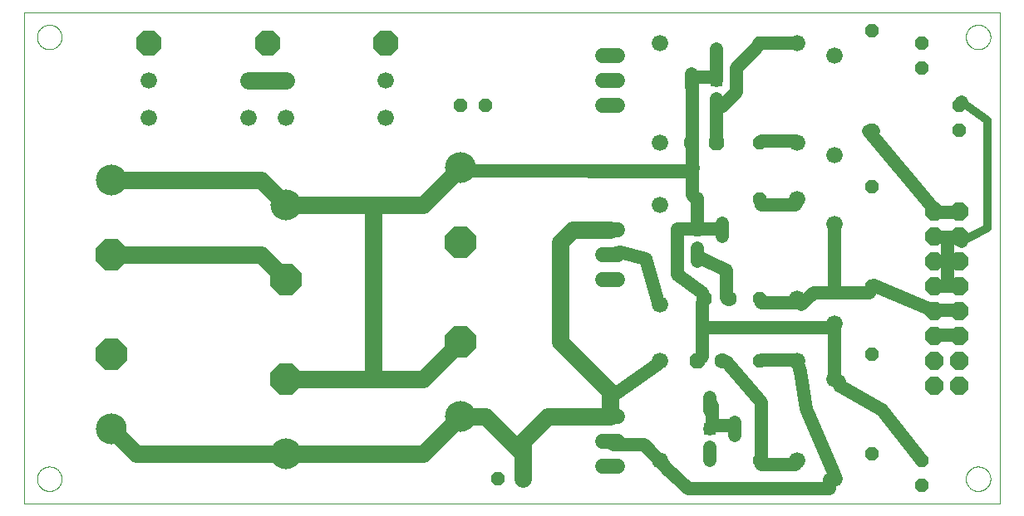
<source format=gtl>
G75*
%MOIN*%
%OFA0B0*%
%FSLAX25Y25*%
%IPPOS*%
%LPD*%
%AMOC8*
5,1,8,0,0,1.08239X$1,22.5*
%
%ADD10C,0.00000*%
%ADD11OC8,0.07400*%
%ADD12C,0.06600*%
%ADD13OC8,0.10000*%
%ADD14OC8,0.12400*%
%ADD15C,0.12400*%
%ADD16OC8,0.05200*%
%ADD17C,0.06000*%
%ADD18C,0.05200*%
%ADD19R,0.05150X0.05150*%
%ADD20C,0.06300*%
%ADD21OC8,0.06300*%
%ADD22C,0.07000*%
%ADD23C,0.03200*%
%ADD24C,0.05600*%
D10*
X0001000Y0001500D02*
X0001000Y0198961D01*
X0392201Y0198961D01*
X0392201Y0001500D01*
X0001000Y0001500D01*
X0006079Y0011500D02*
X0006081Y0011640D01*
X0006087Y0011780D01*
X0006097Y0011919D01*
X0006111Y0012058D01*
X0006129Y0012197D01*
X0006150Y0012335D01*
X0006176Y0012473D01*
X0006206Y0012610D01*
X0006239Y0012745D01*
X0006277Y0012880D01*
X0006318Y0013014D01*
X0006363Y0013147D01*
X0006411Y0013278D01*
X0006464Y0013407D01*
X0006520Y0013536D01*
X0006579Y0013662D01*
X0006643Y0013787D01*
X0006709Y0013910D01*
X0006780Y0014031D01*
X0006853Y0014150D01*
X0006930Y0014267D01*
X0007011Y0014381D01*
X0007094Y0014493D01*
X0007181Y0014603D01*
X0007271Y0014711D01*
X0007363Y0014815D01*
X0007459Y0014917D01*
X0007558Y0015017D01*
X0007659Y0015113D01*
X0007763Y0015207D01*
X0007870Y0015297D01*
X0007979Y0015384D01*
X0008091Y0015469D01*
X0008205Y0015550D01*
X0008321Y0015628D01*
X0008439Y0015702D01*
X0008560Y0015773D01*
X0008682Y0015841D01*
X0008807Y0015905D01*
X0008933Y0015966D01*
X0009060Y0016023D01*
X0009190Y0016076D01*
X0009321Y0016126D01*
X0009453Y0016171D01*
X0009586Y0016214D01*
X0009721Y0016252D01*
X0009856Y0016286D01*
X0009993Y0016317D01*
X0010130Y0016344D01*
X0010268Y0016366D01*
X0010407Y0016385D01*
X0010546Y0016400D01*
X0010685Y0016411D01*
X0010825Y0016418D01*
X0010965Y0016421D01*
X0011105Y0016420D01*
X0011245Y0016415D01*
X0011384Y0016406D01*
X0011524Y0016393D01*
X0011663Y0016376D01*
X0011801Y0016355D01*
X0011939Y0016331D01*
X0012076Y0016302D01*
X0012212Y0016270D01*
X0012347Y0016233D01*
X0012481Y0016193D01*
X0012614Y0016149D01*
X0012745Y0016101D01*
X0012875Y0016050D01*
X0013004Y0015995D01*
X0013131Y0015936D01*
X0013256Y0015873D01*
X0013379Y0015808D01*
X0013501Y0015738D01*
X0013620Y0015665D01*
X0013738Y0015589D01*
X0013853Y0015510D01*
X0013966Y0015427D01*
X0014076Y0015341D01*
X0014184Y0015252D01*
X0014289Y0015160D01*
X0014392Y0015065D01*
X0014492Y0014967D01*
X0014589Y0014867D01*
X0014683Y0014763D01*
X0014775Y0014657D01*
X0014863Y0014549D01*
X0014948Y0014438D01*
X0015030Y0014324D01*
X0015109Y0014208D01*
X0015184Y0014091D01*
X0015256Y0013971D01*
X0015324Y0013849D01*
X0015389Y0013725D01*
X0015451Y0013599D01*
X0015509Y0013472D01*
X0015563Y0013343D01*
X0015614Y0013212D01*
X0015660Y0013080D01*
X0015703Y0012947D01*
X0015743Y0012813D01*
X0015778Y0012678D01*
X0015810Y0012541D01*
X0015837Y0012404D01*
X0015861Y0012266D01*
X0015881Y0012128D01*
X0015897Y0011989D01*
X0015909Y0011849D01*
X0015917Y0011710D01*
X0015921Y0011570D01*
X0015921Y0011430D01*
X0015917Y0011290D01*
X0015909Y0011151D01*
X0015897Y0011011D01*
X0015881Y0010872D01*
X0015861Y0010734D01*
X0015837Y0010596D01*
X0015810Y0010459D01*
X0015778Y0010322D01*
X0015743Y0010187D01*
X0015703Y0010053D01*
X0015660Y0009920D01*
X0015614Y0009788D01*
X0015563Y0009657D01*
X0015509Y0009528D01*
X0015451Y0009401D01*
X0015389Y0009275D01*
X0015324Y0009151D01*
X0015256Y0009029D01*
X0015184Y0008909D01*
X0015109Y0008792D01*
X0015030Y0008676D01*
X0014948Y0008562D01*
X0014863Y0008451D01*
X0014775Y0008343D01*
X0014683Y0008237D01*
X0014589Y0008133D01*
X0014492Y0008033D01*
X0014392Y0007935D01*
X0014289Y0007840D01*
X0014184Y0007748D01*
X0014076Y0007659D01*
X0013966Y0007573D01*
X0013853Y0007490D01*
X0013738Y0007411D01*
X0013620Y0007335D01*
X0013501Y0007262D01*
X0013379Y0007192D01*
X0013256Y0007127D01*
X0013131Y0007064D01*
X0013004Y0007005D01*
X0012875Y0006950D01*
X0012745Y0006899D01*
X0012614Y0006851D01*
X0012481Y0006807D01*
X0012347Y0006767D01*
X0012212Y0006730D01*
X0012076Y0006698D01*
X0011939Y0006669D01*
X0011801Y0006645D01*
X0011663Y0006624D01*
X0011524Y0006607D01*
X0011384Y0006594D01*
X0011245Y0006585D01*
X0011105Y0006580D01*
X0010965Y0006579D01*
X0010825Y0006582D01*
X0010685Y0006589D01*
X0010546Y0006600D01*
X0010407Y0006615D01*
X0010268Y0006634D01*
X0010130Y0006656D01*
X0009993Y0006683D01*
X0009856Y0006714D01*
X0009721Y0006748D01*
X0009586Y0006786D01*
X0009453Y0006829D01*
X0009321Y0006874D01*
X0009190Y0006924D01*
X0009060Y0006977D01*
X0008933Y0007034D01*
X0008807Y0007095D01*
X0008682Y0007159D01*
X0008560Y0007227D01*
X0008439Y0007298D01*
X0008321Y0007372D01*
X0008205Y0007450D01*
X0008091Y0007531D01*
X0007979Y0007616D01*
X0007870Y0007703D01*
X0007763Y0007793D01*
X0007659Y0007887D01*
X0007558Y0007983D01*
X0007459Y0008083D01*
X0007363Y0008185D01*
X0007271Y0008289D01*
X0007181Y0008397D01*
X0007094Y0008507D01*
X0007011Y0008619D01*
X0006930Y0008733D01*
X0006853Y0008850D01*
X0006780Y0008969D01*
X0006709Y0009090D01*
X0006643Y0009213D01*
X0006579Y0009338D01*
X0006520Y0009464D01*
X0006464Y0009593D01*
X0006411Y0009722D01*
X0006363Y0009853D01*
X0006318Y0009986D01*
X0006277Y0010120D01*
X0006239Y0010255D01*
X0006206Y0010390D01*
X0006176Y0010527D01*
X0006150Y0010665D01*
X0006129Y0010803D01*
X0006111Y0010942D01*
X0006097Y0011081D01*
X0006087Y0011220D01*
X0006081Y0011360D01*
X0006079Y0011500D01*
X0006079Y0189000D02*
X0006081Y0189140D01*
X0006087Y0189280D01*
X0006097Y0189419D01*
X0006111Y0189558D01*
X0006129Y0189697D01*
X0006150Y0189835D01*
X0006176Y0189973D01*
X0006206Y0190110D01*
X0006239Y0190245D01*
X0006277Y0190380D01*
X0006318Y0190514D01*
X0006363Y0190647D01*
X0006411Y0190778D01*
X0006464Y0190907D01*
X0006520Y0191036D01*
X0006579Y0191162D01*
X0006643Y0191287D01*
X0006709Y0191410D01*
X0006780Y0191531D01*
X0006853Y0191650D01*
X0006930Y0191767D01*
X0007011Y0191881D01*
X0007094Y0191993D01*
X0007181Y0192103D01*
X0007271Y0192211D01*
X0007363Y0192315D01*
X0007459Y0192417D01*
X0007558Y0192517D01*
X0007659Y0192613D01*
X0007763Y0192707D01*
X0007870Y0192797D01*
X0007979Y0192884D01*
X0008091Y0192969D01*
X0008205Y0193050D01*
X0008321Y0193128D01*
X0008439Y0193202D01*
X0008560Y0193273D01*
X0008682Y0193341D01*
X0008807Y0193405D01*
X0008933Y0193466D01*
X0009060Y0193523D01*
X0009190Y0193576D01*
X0009321Y0193626D01*
X0009453Y0193671D01*
X0009586Y0193714D01*
X0009721Y0193752D01*
X0009856Y0193786D01*
X0009993Y0193817D01*
X0010130Y0193844D01*
X0010268Y0193866D01*
X0010407Y0193885D01*
X0010546Y0193900D01*
X0010685Y0193911D01*
X0010825Y0193918D01*
X0010965Y0193921D01*
X0011105Y0193920D01*
X0011245Y0193915D01*
X0011384Y0193906D01*
X0011524Y0193893D01*
X0011663Y0193876D01*
X0011801Y0193855D01*
X0011939Y0193831D01*
X0012076Y0193802D01*
X0012212Y0193770D01*
X0012347Y0193733D01*
X0012481Y0193693D01*
X0012614Y0193649D01*
X0012745Y0193601D01*
X0012875Y0193550D01*
X0013004Y0193495D01*
X0013131Y0193436D01*
X0013256Y0193373D01*
X0013379Y0193308D01*
X0013501Y0193238D01*
X0013620Y0193165D01*
X0013738Y0193089D01*
X0013853Y0193010D01*
X0013966Y0192927D01*
X0014076Y0192841D01*
X0014184Y0192752D01*
X0014289Y0192660D01*
X0014392Y0192565D01*
X0014492Y0192467D01*
X0014589Y0192367D01*
X0014683Y0192263D01*
X0014775Y0192157D01*
X0014863Y0192049D01*
X0014948Y0191938D01*
X0015030Y0191824D01*
X0015109Y0191708D01*
X0015184Y0191591D01*
X0015256Y0191471D01*
X0015324Y0191349D01*
X0015389Y0191225D01*
X0015451Y0191099D01*
X0015509Y0190972D01*
X0015563Y0190843D01*
X0015614Y0190712D01*
X0015660Y0190580D01*
X0015703Y0190447D01*
X0015743Y0190313D01*
X0015778Y0190178D01*
X0015810Y0190041D01*
X0015837Y0189904D01*
X0015861Y0189766D01*
X0015881Y0189628D01*
X0015897Y0189489D01*
X0015909Y0189349D01*
X0015917Y0189210D01*
X0015921Y0189070D01*
X0015921Y0188930D01*
X0015917Y0188790D01*
X0015909Y0188651D01*
X0015897Y0188511D01*
X0015881Y0188372D01*
X0015861Y0188234D01*
X0015837Y0188096D01*
X0015810Y0187959D01*
X0015778Y0187822D01*
X0015743Y0187687D01*
X0015703Y0187553D01*
X0015660Y0187420D01*
X0015614Y0187288D01*
X0015563Y0187157D01*
X0015509Y0187028D01*
X0015451Y0186901D01*
X0015389Y0186775D01*
X0015324Y0186651D01*
X0015256Y0186529D01*
X0015184Y0186409D01*
X0015109Y0186292D01*
X0015030Y0186176D01*
X0014948Y0186062D01*
X0014863Y0185951D01*
X0014775Y0185843D01*
X0014683Y0185737D01*
X0014589Y0185633D01*
X0014492Y0185533D01*
X0014392Y0185435D01*
X0014289Y0185340D01*
X0014184Y0185248D01*
X0014076Y0185159D01*
X0013966Y0185073D01*
X0013853Y0184990D01*
X0013738Y0184911D01*
X0013620Y0184835D01*
X0013501Y0184762D01*
X0013379Y0184692D01*
X0013256Y0184627D01*
X0013131Y0184564D01*
X0013004Y0184505D01*
X0012875Y0184450D01*
X0012745Y0184399D01*
X0012614Y0184351D01*
X0012481Y0184307D01*
X0012347Y0184267D01*
X0012212Y0184230D01*
X0012076Y0184198D01*
X0011939Y0184169D01*
X0011801Y0184145D01*
X0011663Y0184124D01*
X0011524Y0184107D01*
X0011384Y0184094D01*
X0011245Y0184085D01*
X0011105Y0184080D01*
X0010965Y0184079D01*
X0010825Y0184082D01*
X0010685Y0184089D01*
X0010546Y0184100D01*
X0010407Y0184115D01*
X0010268Y0184134D01*
X0010130Y0184156D01*
X0009993Y0184183D01*
X0009856Y0184214D01*
X0009721Y0184248D01*
X0009586Y0184286D01*
X0009453Y0184329D01*
X0009321Y0184374D01*
X0009190Y0184424D01*
X0009060Y0184477D01*
X0008933Y0184534D01*
X0008807Y0184595D01*
X0008682Y0184659D01*
X0008560Y0184727D01*
X0008439Y0184798D01*
X0008321Y0184872D01*
X0008205Y0184950D01*
X0008091Y0185031D01*
X0007979Y0185116D01*
X0007870Y0185203D01*
X0007763Y0185293D01*
X0007659Y0185387D01*
X0007558Y0185483D01*
X0007459Y0185583D01*
X0007363Y0185685D01*
X0007271Y0185789D01*
X0007181Y0185897D01*
X0007094Y0186007D01*
X0007011Y0186119D01*
X0006930Y0186233D01*
X0006853Y0186350D01*
X0006780Y0186469D01*
X0006709Y0186590D01*
X0006643Y0186713D01*
X0006579Y0186838D01*
X0006520Y0186964D01*
X0006464Y0187093D01*
X0006411Y0187222D01*
X0006363Y0187353D01*
X0006318Y0187486D01*
X0006277Y0187620D01*
X0006239Y0187755D01*
X0006206Y0187890D01*
X0006176Y0188027D01*
X0006150Y0188165D01*
X0006129Y0188303D01*
X0006111Y0188442D01*
X0006097Y0188581D01*
X0006087Y0188720D01*
X0006081Y0188860D01*
X0006079Y0189000D01*
X0378579Y0189000D02*
X0378581Y0189140D01*
X0378587Y0189280D01*
X0378597Y0189419D01*
X0378611Y0189558D01*
X0378629Y0189697D01*
X0378650Y0189835D01*
X0378676Y0189973D01*
X0378706Y0190110D01*
X0378739Y0190245D01*
X0378777Y0190380D01*
X0378818Y0190514D01*
X0378863Y0190647D01*
X0378911Y0190778D01*
X0378964Y0190907D01*
X0379020Y0191036D01*
X0379079Y0191162D01*
X0379143Y0191287D01*
X0379209Y0191410D01*
X0379280Y0191531D01*
X0379353Y0191650D01*
X0379430Y0191767D01*
X0379511Y0191881D01*
X0379594Y0191993D01*
X0379681Y0192103D01*
X0379771Y0192211D01*
X0379863Y0192315D01*
X0379959Y0192417D01*
X0380058Y0192517D01*
X0380159Y0192613D01*
X0380263Y0192707D01*
X0380370Y0192797D01*
X0380479Y0192884D01*
X0380591Y0192969D01*
X0380705Y0193050D01*
X0380821Y0193128D01*
X0380939Y0193202D01*
X0381060Y0193273D01*
X0381182Y0193341D01*
X0381307Y0193405D01*
X0381433Y0193466D01*
X0381560Y0193523D01*
X0381690Y0193576D01*
X0381821Y0193626D01*
X0381953Y0193671D01*
X0382086Y0193714D01*
X0382221Y0193752D01*
X0382356Y0193786D01*
X0382493Y0193817D01*
X0382630Y0193844D01*
X0382768Y0193866D01*
X0382907Y0193885D01*
X0383046Y0193900D01*
X0383185Y0193911D01*
X0383325Y0193918D01*
X0383465Y0193921D01*
X0383605Y0193920D01*
X0383745Y0193915D01*
X0383884Y0193906D01*
X0384024Y0193893D01*
X0384163Y0193876D01*
X0384301Y0193855D01*
X0384439Y0193831D01*
X0384576Y0193802D01*
X0384712Y0193770D01*
X0384847Y0193733D01*
X0384981Y0193693D01*
X0385114Y0193649D01*
X0385245Y0193601D01*
X0385375Y0193550D01*
X0385504Y0193495D01*
X0385631Y0193436D01*
X0385756Y0193373D01*
X0385879Y0193308D01*
X0386001Y0193238D01*
X0386120Y0193165D01*
X0386238Y0193089D01*
X0386353Y0193010D01*
X0386466Y0192927D01*
X0386576Y0192841D01*
X0386684Y0192752D01*
X0386789Y0192660D01*
X0386892Y0192565D01*
X0386992Y0192467D01*
X0387089Y0192367D01*
X0387183Y0192263D01*
X0387275Y0192157D01*
X0387363Y0192049D01*
X0387448Y0191938D01*
X0387530Y0191824D01*
X0387609Y0191708D01*
X0387684Y0191591D01*
X0387756Y0191471D01*
X0387824Y0191349D01*
X0387889Y0191225D01*
X0387951Y0191099D01*
X0388009Y0190972D01*
X0388063Y0190843D01*
X0388114Y0190712D01*
X0388160Y0190580D01*
X0388203Y0190447D01*
X0388243Y0190313D01*
X0388278Y0190178D01*
X0388310Y0190041D01*
X0388337Y0189904D01*
X0388361Y0189766D01*
X0388381Y0189628D01*
X0388397Y0189489D01*
X0388409Y0189349D01*
X0388417Y0189210D01*
X0388421Y0189070D01*
X0388421Y0188930D01*
X0388417Y0188790D01*
X0388409Y0188651D01*
X0388397Y0188511D01*
X0388381Y0188372D01*
X0388361Y0188234D01*
X0388337Y0188096D01*
X0388310Y0187959D01*
X0388278Y0187822D01*
X0388243Y0187687D01*
X0388203Y0187553D01*
X0388160Y0187420D01*
X0388114Y0187288D01*
X0388063Y0187157D01*
X0388009Y0187028D01*
X0387951Y0186901D01*
X0387889Y0186775D01*
X0387824Y0186651D01*
X0387756Y0186529D01*
X0387684Y0186409D01*
X0387609Y0186292D01*
X0387530Y0186176D01*
X0387448Y0186062D01*
X0387363Y0185951D01*
X0387275Y0185843D01*
X0387183Y0185737D01*
X0387089Y0185633D01*
X0386992Y0185533D01*
X0386892Y0185435D01*
X0386789Y0185340D01*
X0386684Y0185248D01*
X0386576Y0185159D01*
X0386466Y0185073D01*
X0386353Y0184990D01*
X0386238Y0184911D01*
X0386120Y0184835D01*
X0386001Y0184762D01*
X0385879Y0184692D01*
X0385756Y0184627D01*
X0385631Y0184564D01*
X0385504Y0184505D01*
X0385375Y0184450D01*
X0385245Y0184399D01*
X0385114Y0184351D01*
X0384981Y0184307D01*
X0384847Y0184267D01*
X0384712Y0184230D01*
X0384576Y0184198D01*
X0384439Y0184169D01*
X0384301Y0184145D01*
X0384163Y0184124D01*
X0384024Y0184107D01*
X0383884Y0184094D01*
X0383745Y0184085D01*
X0383605Y0184080D01*
X0383465Y0184079D01*
X0383325Y0184082D01*
X0383185Y0184089D01*
X0383046Y0184100D01*
X0382907Y0184115D01*
X0382768Y0184134D01*
X0382630Y0184156D01*
X0382493Y0184183D01*
X0382356Y0184214D01*
X0382221Y0184248D01*
X0382086Y0184286D01*
X0381953Y0184329D01*
X0381821Y0184374D01*
X0381690Y0184424D01*
X0381560Y0184477D01*
X0381433Y0184534D01*
X0381307Y0184595D01*
X0381182Y0184659D01*
X0381060Y0184727D01*
X0380939Y0184798D01*
X0380821Y0184872D01*
X0380705Y0184950D01*
X0380591Y0185031D01*
X0380479Y0185116D01*
X0380370Y0185203D01*
X0380263Y0185293D01*
X0380159Y0185387D01*
X0380058Y0185483D01*
X0379959Y0185583D01*
X0379863Y0185685D01*
X0379771Y0185789D01*
X0379681Y0185897D01*
X0379594Y0186007D01*
X0379511Y0186119D01*
X0379430Y0186233D01*
X0379353Y0186350D01*
X0379280Y0186469D01*
X0379209Y0186590D01*
X0379143Y0186713D01*
X0379079Y0186838D01*
X0379020Y0186964D01*
X0378964Y0187093D01*
X0378911Y0187222D01*
X0378863Y0187353D01*
X0378818Y0187486D01*
X0378777Y0187620D01*
X0378739Y0187755D01*
X0378706Y0187890D01*
X0378676Y0188027D01*
X0378650Y0188165D01*
X0378629Y0188303D01*
X0378611Y0188442D01*
X0378597Y0188581D01*
X0378587Y0188720D01*
X0378581Y0188860D01*
X0378579Y0189000D01*
X0378579Y0011500D02*
X0378581Y0011640D01*
X0378587Y0011780D01*
X0378597Y0011919D01*
X0378611Y0012058D01*
X0378629Y0012197D01*
X0378650Y0012335D01*
X0378676Y0012473D01*
X0378706Y0012610D01*
X0378739Y0012745D01*
X0378777Y0012880D01*
X0378818Y0013014D01*
X0378863Y0013147D01*
X0378911Y0013278D01*
X0378964Y0013407D01*
X0379020Y0013536D01*
X0379079Y0013662D01*
X0379143Y0013787D01*
X0379209Y0013910D01*
X0379280Y0014031D01*
X0379353Y0014150D01*
X0379430Y0014267D01*
X0379511Y0014381D01*
X0379594Y0014493D01*
X0379681Y0014603D01*
X0379771Y0014711D01*
X0379863Y0014815D01*
X0379959Y0014917D01*
X0380058Y0015017D01*
X0380159Y0015113D01*
X0380263Y0015207D01*
X0380370Y0015297D01*
X0380479Y0015384D01*
X0380591Y0015469D01*
X0380705Y0015550D01*
X0380821Y0015628D01*
X0380939Y0015702D01*
X0381060Y0015773D01*
X0381182Y0015841D01*
X0381307Y0015905D01*
X0381433Y0015966D01*
X0381560Y0016023D01*
X0381690Y0016076D01*
X0381821Y0016126D01*
X0381953Y0016171D01*
X0382086Y0016214D01*
X0382221Y0016252D01*
X0382356Y0016286D01*
X0382493Y0016317D01*
X0382630Y0016344D01*
X0382768Y0016366D01*
X0382907Y0016385D01*
X0383046Y0016400D01*
X0383185Y0016411D01*
X0383325Y0016418D01*
X0383465Y0016421D01*
X0383605Y0016420D01*
X0383745Y0016415D01*
X0383884Y0016406D01*
X0384024Y0016393D01*
X0384163Y0016376D01*
X0384301Y0016355D01*
X0384439Y0016331D01*
X0384576Y0016302D01*
X0384712Y0016270D01*
X0384847Y0016233D01*
X0384981Y0016193D01*
X0385114Y0016149D01*
X0385245Y0016101D01*
X0385375Y0016050D01*
X0385504Y0015995D01*
X0385631Y0015936D01*
X0385756Y0015873D01*
X0385879Y0015808D01*
X0386001Y0015738D01*
X0386120Y0015665D01*
X0386238Y0015589D01*
X0386353Y0015510D01*
X0386466Y0015427D01*
X0386576Y0015341D01*
X0386684Y0015252D01*
X0386789Y0015160D01*
X0386892Y0015065D01*
X0386992Y0014967D01*
X0387089Y0014867D01*
X0387183Y0014763D01*
X0387275Y0014657D01*
X0387363Y0014549D01*
X0387448Y0014438D01*
X0387530Y0014324D01*
X0387609Y0014208D01*
X0387684Y0014091D01*
X0387756Y0013971D01*
X0387824Y0013849D01*
X0387889Y0013725D01*
X0387951Y0013599D01*
X0388009Y0013472D01*
X0388063Y0013343D01*
X0388114Y0013212D01*
X0388160Y0013080D01*
X0388203Y0012947D01*
X0388243Y0012813D01*
X0388278Y0012678D01*
X0388310Y0012541D01*
X0388337Y0012404D01*
X0388361Y0012266D01*
X0388381Y0012128D01*
X0388397Y0011989D01*
X0388409Y0011849D01*
X0388417Y0011710D01*
X0388421Y0011570D01*
X0388421Y0011430D01*
X0388417Y0011290D01*
X0388409Y0011151D01*
X0388397Y0011011D01*
X0388381Y0010872D01*
X0388361Y0010734D01*
X0388337Y0010596D01*
X0388310Y0010459D01*
X0388278Y0010322D01*
X0388243Y0010187D01*
X0388203Y0010053D01*
X0388160Y0009920D01*
X0388114Y0009788D01*
X0388063Y0009657D01*
X0388009Y0009528D01*
X0387951Y0009401D01*
X0387889Y0009275D01*
X0387824Y0009151D01*
X0387756Y0009029D01*
X0387684Y0008909D01*
X0387609Y0008792D01*
X0387530Y0008676D01*
X0387448Y0008562D01*
X0387363Y0008451D01*
X0387275Y0008343D01*
X0387183Y0008237D01*
X0387089Y0008133D01*
X0386992Y0008033D01*
X0386892Y0007935D01*
X0386789Y0007840D01*
X0386684Y0007748D01*
X0386576Y0007659D01*
X0386466Y0007573D01*
X0386353Y0007490D01*
X0386238Y0007411D01*
X0386120Y0007335D01*
X0386001Y0007262D01*
X0385879Y0007192D01*
X0385756Y0007127D01*
X0385631Y0007064D01*
X0385504Y0007005D01*
X0385375Y0006950D01*
X0385245Y0006899D01*
X0385114Y0006851D01*
X0384981Y0006807D01*
X0384847Y0006767D01*
X0384712Y0006730D01*
X0384576Y0006698D01*
X0384439Y0006669D01*
X0384301Y0006645D01*
X0384163Y0006624D01*
X0384024Y0006607D01*
X0383884Y0006594D01*
X0383745Y0006585D01*
X0383605Y0006580D01*
X0383465Y0006579D01*
X0383325Y0006582D01*
X0383185Y0006589D01*
X0383046Y0006600D01*
X0382907Y0006615D01*
X0382768Y0006634D01*
X0382630Y0006656D01*
X0382493Y0006683D01*
X0382356Y0006714D01*
X0382221Y0006748D01*
X0382086Y0006786D01*
X0381953Y0006829D01*
X0381821Y0006874D01*
X0381690Y0006924D01*
X0381560Y0006977D01*
X0381433Y0007034D01*
X0381307Y0007095D01*
X0381182Y0007159D01*
X0381060Y0007227D01*
X0380939Y0007298D01*
X0380821Y0007372D01*
X0380705Y0007450D01*
X0380591Y0007531D01*
X0380479Y0007616D01*
X0380370Y0007703D01*
X0380263Y0007793D01*
X0380159Y0007887D01*
X0380058Y0007983D01*
X0379959Y0008083D01*
X0379863Y0008185D01*
X0379771Y0008289D01*
X0379681Y0008397D01*
X0379594Y0008507D01*
X0379511Y0008619D01*
X0379430Y0008733D01*
X0379353Y0008850D01*
X0379280Y0008969D01*
X0379209Y0009090D01*
X0379143Y0009213D01*
X0379079Y0009338D01*
X0379020Y0009464D01*
X0378964Y0009593D01*
X0378911Y0009722D01*
X0378863Y0009853D01*
X0378818Y0009986D01*
X0378777Y0010120D01*
X0378739Y0010255D01*
X0378706Y0010390D01*
X0378676Y0010527D01*
X0378650Y0010665D01*
X0378629Y0010803D01*
X0378611Y0010942D01*
X0378597Y0011081D01*
X0378587Y0011220D01*
X0378581Y0011360D01*
X0378579Y0011500D01*
D11*
X0376000Y0049000D03*
X0366000Y0049000D03*
X0366000Y0059000D03*
X0376000Y0059000D03*
X0376000Y0069000D03*
X0366000Y0069000D03*
X0366000Y0079000D03*
X0376000Y0079000D03*
X0376000Y0089000D03*
X0366000Y0089000D03*
X0366000Y0099000D03*
X0376000Y0099000D03*
X0376000Y0109000D03*
X0366000Y0109000D03*
X0366000Y0119000D03*
X0376000Y0119000D03*
D12*
X0326000Y0114000D03*
X0311000Y0124000D03*
X0326000Y0141500D03*
X0311000Y0146500D03*
X0256000Y0146500D03*
X0256000Y0121500D03*
X0311000Y0084000D03*
X0326000Y0074000D03*
X0311000Y0059000D03*
X0326000Y0051500D03*
X0311000Y0019000D03*
X0326000Y0011500D03*
X0256000Y0019000D03*
X0256000Y0059000D03*
X0256000Y0081500D03*
X0146000Y0156500D03*
X0146000Y0171500D03*
X0106000Y0171500D03*
X0091000Y0171500D03*
X0091000Y0156500D03*
X0106000Y0156500D03*
X0051000Y0156500D03*
X0051000Y0171500D03*
X0256000Y0186500D03*
X0311000Y0186500D03*
X0326000Y0181500D03*
D13*
X0146000Y0186500D03*
X0098500Y0186500D03*
X0051000Y0186500D03*
D14*
X0176000Y0106500D03*
X0106000Y0091500D03*
X0036000Y0101500D03*
X0036000Y0061500D03*
X0106000Y0051500D03*
X0176000Y0066500D03*
D15*
X0176000Y0036500D03*
X0106000Y0021500D03*
X0036000Y0031500D03*
X0106000Y0121500D03*
X0036000Y0131500D03*
X0176000Y0136500D03*
D16*
X0176000Y0161500D03*
X0186000Y0161500D03*
X0296000Y0146500D03*
X0296000Y0124000D03*
X0341000Y0129000D03*
X0341000Y0151500D03*
X0376000Y0151500D03*
X0376000Y0161500D03*
X0361000Y0176500D03*
X0361000Y0186500D03*
X0341000Y0191500D03*
X0296000Y0186500D03*
X0341000Y0089000D03*
X0296000Y0084000D03*
X0341000Y0061500D03*
X0296000Y0059000D03*
X0341000Y0021500D03*
X0361000Y0019000D03*
X0361000Y0009000D03*
X0296000Y0019000D03*
X0201000Y0011500D03*
X0191000Y0011500D03*
D17*
X0233000Y0016500D02*
X0239000Y0016500D01*
X0239000Y0026500D02*
X0233000Y0026500D01*
X0233000Y0036500D02*
X0239000Y0036500D01*
X0239000Y0091500D02*
X0233000Y0091500D01*
X0233000Y0101500D02*
X0239000Y0101500D01*
X0239000Y0111500D02*
X0233000Y0111500D01*
X0233000Y0161500D02*
X0239000Y0161500D01*
X0239000Y0171500D02*
X0233000Y0171500D01*
X0233000Y0181500D02*
X0239000Y0181500D01*
D18*
X0268500Y0174100D02*
X0268500Y0168900D01*
X0268874Y0170791D02*
X0268500Y0171500D01*
X0268874Y0172760D01*
X0276748Y0172760D01*
X0278500Y0171500D01*
X0278717Y0172760D01*
X0278717Y0180634D01*
X0278500Y0181500D01*
X0278500Y0184100D02*
X0278500Y0178900D01*
X0286591Y0176697D02*
X0286591Y0166854D01*
X0280685Y0160949D01*
X0278500Y0161500D01*
X0278717Y0160949D01*
X0278717Y0147169D01*
X0278500Y0146500D01*
X0268874Y0147169D02*
X0268500Y0146500D01*
X0268874Y0145201D01*
X0268874Y0136500D01*
X0268874Y0125516D01*
X0270843Y0123547D01*
X0271000Y0121500D01*
X0270843Y0119610D01*
X0270843Y0111736D01*
X0271000Y0111500D01*
X0268874Y0111736D01*
X0262969Y0111736D01*
X0262969Y0093488D01*
X0272811Y0086146D01*
X0273500Y0084000D01*
X0272811Y0082209D01*
X0272811Y0072366D01*
X0325961Y0072366D01*
X0325961Y0071303D01*
X0326000Y0074000D01*
X0325961Y0071303D02*
X0325961Y0052681D01*
X0326000Y0051500D01*
X0327929Y0050713D01*
X0327929Y0048744D01*
X0344957Y0039217D01*
X0361000Y0019000D01*
X0325961Y0013311D02*
X0326000Y0011500D01*
X0323992Y0011343D01*
X0323992Y0007406D01*
X0267280Y0007406D01*
X0261374Y0013311D01*
X0258874Y0015280D01*
X0259031Y0015280D01*
X0256000Y0019000D01*
X0257063Y0017248D01*
X0249563Y0025122D01*
X0237378Y0025122D01*
X0236000Y0026500D01*
X0236472Y0044650D02*
X0229661Y0052839D01*
X0236472Y0044650D02*
X0254563Y0057150D01*
X0256000Y0059000D01*
X0271000Y0059000D02*
X0272811Y0060555D01*
X0272811Y0072366D01*
X0256000Y0081500D02*
X0255094Y0082209D01*
X0250094Y0099925D01*
X0239878Y0102425D01*
X0236000Y0101500D01*
X0271000Y0101500D02*
X0272811Y0099925D01*
X0282654Y0095083D01*
X0282654Y0084177D01*
X0283500Y0084000D01*
X0296000Y0084000D02*
X0296433Y0082209D01*
X0310213Y0082209D01*
X0311000Y0084000D01*
X0312713Y0081677D01*
X0317713Y0086146D01*
X0325961Y0086146D01*
X0325961Y0113173D01*
X0326000Y0114000D01*
X0310213Y0121579D02*
X0311000Y0124000D01*
X0310213Y0121579D02*
X0296433Y0121579D01*
X0296000Y0124000D01*
X0281000Y0114100D02*
X0281000Y0108900D01*
X0281000Y0111500D02*
X0280685Y0111736D01*
X0272811Y0111736D01*
X0271000Y0111500D01*
X0271000Y0104100D02*
X0271000Y0098900D01*
X0271000Y0118900D02*
X0271000Y0124100D01*
X0296000Y0146500D02*
X0296433Y0147169D01*
X0310213Y0147169D01*
X0311000Y0146500D01*
X0339583Y0151106D02*
X0341709Y0151106D01*
X0341000Y0151500D01*
X0339583Y0151106D02*
X0365173Y0120516D01*
X0366000Y0119000D01*
X0367142Y0118547D01*
X0375016Y0118547D01*
X0376000Y0119000D01*
X0376000Y0109000D02*
X0376984Y0106736D01*
X0376000Y0109000D02*
X0375016Y0108705D01*
X0371079Y0108705D01*
X0371079Y0098862D01*
X0371079Y0089020D01*
X0367142Y0089020D01*
X0366000Y0089000D01*
X0371079Y0089020D02*
X0375016Y0089020D01*
X0376000Y0089000D01*
X0375016Y0079177D02*
X0367142Y0079177D01*
X0366000Y0079000D01*
X0365173Y0079177D01*
X0341709Y0089177D01*
X0341000Y0089000D01*
X0339740Y0086146D01*
X0325961Y0086146D01*
X0366000Y0099000D02*
X0367142Y0098862D01*
X0371079Y0098862D01*
X0375016Y0098862D01*
X0376000Y0099000D01*
X0371079Y0108705D02*
X0367142Y0108705D01*
X0366000Y0109000D01*
X0375016Y0079177D02*
X0376000Y0079000D01*
X0375016Y0069335D02*
X0367142Y0069335D01*
X0366000Y0069000D01*
X0375016Y0069335D02*
X0376000Y0069000D01*
X0312181Y0054650D02*
X0314681Y0039591D01*
X0325961Y0013311D01*
X0311000Y0019000D02*
X0310213Y0017248D01*
X0296433Y0017248D01*
X0296433Y0042307D01*
X0282654Y0058587D01*
X0281000Y0059000D01*
X0296000Y0059000D02*
X0296433Y0059118D01*
X0310213Y0059118D01*
X0311000Y0059000D01*
X0312181Y0054650D01*
X0276000Y0044100D02*
X0276000Y0038900D01*
X0276748Y0040870D02*
X0276000Y0041500D01*
X0276748Y0040870D02*
X0276748Y0032996D01*
X0284622Y0032996D01*
X0286000Y0031500D01*
X0286000Y0028900D02*
X0286000Y0034100D01*
X0276748Y0032996D02*
X0276000Y0031500D01*
X0276000Y0024100D02*
X0276000Y0018900D01*
X0296000Y0019000D02*
X0296433Y0017248D01*
X0227535Y0135358D02*
X0178165Y0135358D01*
X0176000Y0136500D01*
X0268874Y0147169D02*
X0268874Y0170791D01*
X0278500Y0164100D02*
X0278500Y0158900D01*
X0286591Y0176697D02*
X0294465Y0184571D01*
X0296000Y0186500D01*
X0296433Y0186539D01*
X0310213Y0186539D01*
X0311000Y0186500D01*
X0376000Y0161500D02*
X0376984Y0162917D01*
D19*
X0278500Y0171500D03*
X0271000Y0111500D03*
X0276000Y0031500D03*
D20*
X0281000Y0059000D03*
X0283500Y0084000D03*
X0268500Y0146500D03*
D21*
X0278500Y0146500D03*
X0273500Y0084000D03*
X0271000Y0059000D03*
D22*
X0236000Y0046500D02*
X0229661Y0052839D01*
X0216000Y0066500D01*
X0216000Y0106500D01*
X0221000Y0111500D01*
X0236000Y0111500D01*
X0176000Y0136500D02*
X0161000Y0121500D01*
X0141000Y0121500D01*
X0141000Y0051500D01*
X0161000Y0051500D01*
X0176000Y0066500D01*
X0141000Y0051500D02*
X0106000Y0051500D01*
X0106000Y0021500D02*
X0046000Y0021500D01*
X0036000Y0031500D01*
X0106000Y0021500D02*
X0161000Y0021500D01*
X0176000Y0036500D01*
X0186000Y0036500D01*
X0201000Y0021500D01*
X0201000Y0011500D01*
X0201000Y0026500D01*
X0211000Y0036500D01*
X0236000Y0036500D01*
X0236000Y0046500D01*
X0106000Y0091500D02*
X0096000Y0101500D01*
X0036000Y0101500D01*
X0036000Y0131500D02*
X0096000Y0131500D01*
X0106000Y0121500D01*
X0141000Y0121500D01*
X0106000Y0171500D02*
X0091000Y0171500D01*
D23*
X0376984Y0162917D02*
X0387358Y0155417D01*
X0387358Y0112110D01*
X0376984Y0106736D01*
D24*
X0268874Y0136500D02*
X0267732Y0135358D01*
X0227535Y0135358D01*
M02*

</source>
